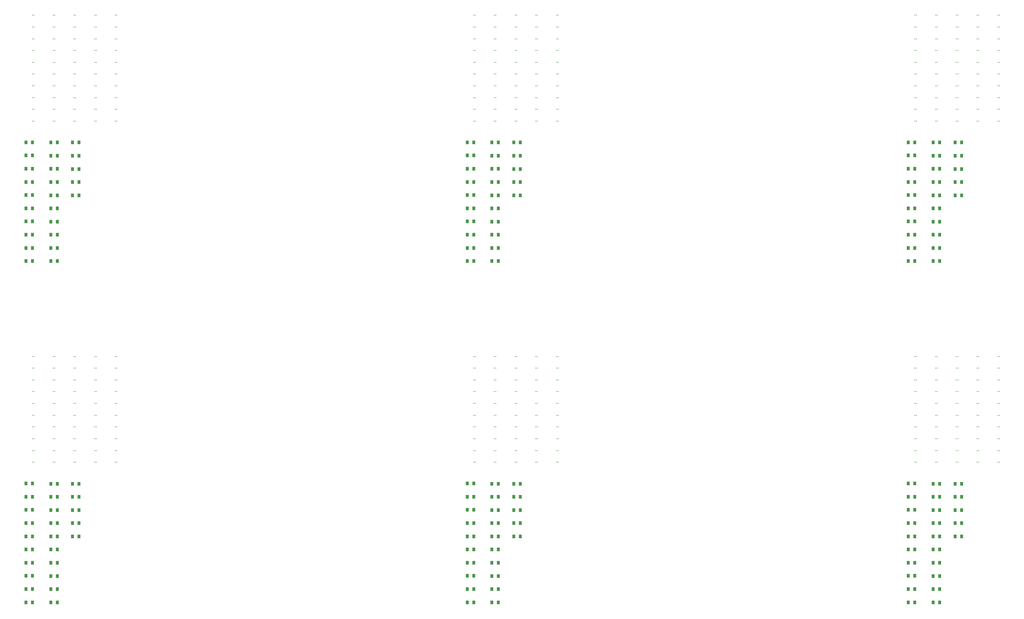
<source format=gbr>
%TF.GenerationSoftware,KiCad,Pcbnew,7.0.5*%
%TF.CreationDate,2023-08-22T12:35:02+01:00*%
%TF.ProjectId,PANELTEST141,50414e45-4c54-4455-9354-3134312e6b69,00.00*%
%TF.SameCoordinates,PX27b9fb5PYc4a79ca*%
%TF.FileFunction,Paste,Bot*%
%TF.FilePolarity,Positive*%
%FSLAX46Y46*%
G04 Gerber Fmt 4.6, Leading zero omitted, Abs format (unit mm)*
G04 Created by KiCad (PCBNEW 7.0.5) date 2023-08-22 12:35:02*
%MOMM*%
%LPD*%
G01*
G04 APERTURE LIST*
%ADD10R,0.150000X0.200000*%
%ADD11R,0.762000X0.914400*%
G04 APERTURE END LIST*
D10*
%TO.C,R95*%
X233140871Y68541139D03*
X232790871Y68541139D03*
%TD*%
%TO.C,R76*%
X139288871Y145896988D03*
X138938871Y145896988D03*
%TD*%
%TO.C,R79*%
X35688871Y137604535D03*
X35338871Y137604535D03*
%TD*%
D11*
%TO.C,R128*%
X140151871Y123624267D03*
X138627871Y123624267D03*
%TD*%
D10*
%TO.C,R61*%
X144162871Y159717743D03*
X143812871Y159717743D03*
%TD*%
%TO.C,R71*%
X242888871Y79597743D03*
X242538871Y79597743D03*
%TD*%
%TO.C,R81*%
X30814871Y79597743D03*
X30464871Y79597743D03*
%TD*%
%TO.C,R94*%
X25940871Y151425290D03*
X25590871Y151425290D03*
%TD*%
%TO.C,R75*%
X35688871Y148661139D03*
X35338871Y148661139D03*
%TD*%
%TO.C,R56*%
X149036871Y145896988D03*
X148686871Y145896988D03*
%TD*%
%TO.C,R82*%
X238014871Y156953592D03*
X237664871Y156953592D03*
%TD*%
%TO.C,R65*%
X40562871Y148661139D03*
X40212871Y148661139D03*
%TD*%
%TO.C,R70*%
X144162871Y54720377D03*
X143812871Y54720377D03*
%TD*%
%TO.C,R65*%
X40562871Y68541139D03*
X40212871Y68541139D03*
%TD*%
D11*
%TO.C,R143*%
X129201871Y123675933D03*
X127677871Y123675933D03*
%TD*%
%TO.C,R148*%
X232801871Y108164823D03*
X231277871Y108164823D03*
%TD*%
D10*
%TO.C,R83*%
X134414871Y74069441D03*
X134064871Y74069441D03*
%TD*%
D11*
%TO.C,R130*%
X140151871Y117438157D03*
X138627871Y117438157D03*
%TD*%
%TO.C,R150*%
X232801871Y21840377D03*
X231277871Y21840377D03*
%TD*%
D10*
%TO.C,R87*%
X134414871Y63012837D03*
X134064871Y63012837D03*
%TD*%
D11*
%TO.C,R139*%
X238595871Y24935937D03*
X237071871Y24935937D03*
%TD*%
D10*
%TO.C,R60*%
X149036871Y134840377D03*
X148686871Y134840377D03*
%TD*%
%TO.C,R79*%
X139288871Y57484535D03*
X138938871Y57484535D03*
%TD*%
%TO.C,R77*%
X242888871Y143132837D03*
X242538871Y143132837D03*
%TD*%
%TO.C,R96*%
X25940871Y65776988D03*
X25590871Y65776988D03*
%TD*%
%TO.C,R64*%
X40562871Y151425290D03*
X40212871Y151425290D03*
%TD*%
%TO.C,R69*%
X40562871Y57484535D03*
X40212871Y57484535D03*
%TD*%
%TO.C,R93*%
X129540871Y154189441D03*
X129190871Y154189441D03*
%TD*%
%TO.C,R94*%
X233140871Y71305290D03*
X232790871Y71305290D03*
%TD*%
%TO.C,R99*%
X25940871Y57484535D03*
X25590871Y57484535D03*
%TD*%
%TO.C,R100*%
X233140871Y134840377D03*
X232790871Y134840377D03*
%TD*%
%TO.C,R64*%
X247762871Y71305290D03*
X247412871Y71305290D03*
%TD*%
%TO.C,R67*%
X40562871Y143132837D03*
X40212871Y143132837D03*
%TD*%
%TO.C,R61*%
X40562871Y79597743D03*
X40212871Y79597743D03*
%TD*%
%TO.C,R73*%
X242888871Y74069441D03*
X242538871Y74069441D03*
%TD*%
%TO.C,R56*%
X45436871Y65776988D03*
X45086871Y65776988D03*
%TD*%
%TO.C,R54*%
X149036871Y151425290D03*
X148686871Y151425290D03*
%TD*%
%TO.C,R72*%
X35688871Y156953592D03*
X35338871Y156953592D03*
%TD*%
%TO.C,R60*%
X45436871Y134840377D03*
X45086871Y134840377D03*
%TD*%
%TO.C,R55*%
X45436871Y68541139D03*
X45086871Y68541139D03*
%TD*%
%TO.C,R75*%
X242888871Y68541139D03*
X242538871Y68541139D03*
%TD*%
D11*
%TO.C,R147*%
X129201871Y111267045D03*
X127677871Y111267045D03*
%TD*%
D10*
%TO.C,R88*%
X134414871Y140368686D03*
X134064871Y140368686D03*
%TD*%
%TO.C,R70*%
X144162871Y134840377D03*
X143812871Y134840377D03*
%TD*%
D11*
%TO.C,R147*%
X232801871Y31147045D03*
X231277871Y31147045D03*
%TD*%
%TO.C,R144*%
X232801871Y40453711D03*
X231277871Y40453711D03*
%TD*%
%TO.C,R131*%
X238595871Y129820377D03*
X237071871Y129820377D03*
%TD*%
%TO.C,R137*%
X31395871Y31127047D03*
X29871871Y31127047D03*
%TD*%
%TO.C,R144*%
X25601871Y120573711D03*
X24077871Y120573711D03*
%TD*%
D10*
%TO.C,R57*%
X45436871Y63012837D03*
X45086871Y63012837D03*
%TD*%
%TO.C,R97*%
X129540871Y143132837D03*
X129190871Y143132837D03*
%TD*%
D11*
%TO.C,R139*%
X31395871Y105055937D03*
X29871871Y105055937D03*
%TD*%
%TO.C,R127*%
X243751871Y46597322D03*
X242227871Y46597322D03*
%TD*%
D10*
%TO.C,R54*%
X45436871Y71305290D03*
X45086871Y71305290D03*
%TD*%
%TO.C,R84*%
X30814871Y151425290D03*
X30464871Y151425290D03*
%TD*%
%TO.C,R83*%
X30814871Y74069441D03*
X30464871Y74069441D03*
%TD*%
%TO.C,R52*%
X252636871Y76833592D03*
X252286871Y76833592D03*
%TD*%
D11*
%TO.C,R129*%
X36551871Y120531212D03*
X35027871Y120531212D03*
%TD*%
%TO.C,R132*%
X31395871Y126724822D03*
X29871871Y126724822D03*
%TD*%
D10*
%TO.C,R90*%
X238014871Y54720377D03*
X237664871Y54720377D03*
%TD*%
D11*
%TO.C,R141*%
X25601871Y49760377D03*
X24077871Y49760377D03*
%TD*%
D10*
%TO.C,R70*%
X40562871Y54720377D03*
X40212871Y54720377D03*
%TD*%
%TO.C,R76*%
X242888871Y65776988D03*
X242538871Y65776988D03*
%TD*%
%TO.C,R81*%
X134414871Y159717743D03*
X134064871Y159717743D03*
%TD*%
%TO.C,R75*%
X139288871Y148661139D03*
X138938871Y148661139D03*
%TD*%
%TO.C,R67*%
X40562871Y63012837D03*
X40212871Y63012837D03*
%TD*%
D11*
%TO.C,R130*%
X36551871Y37318157D03*
X35027871Y37318157D03*
%TD*%
%TO.C,R136*%
X134995871Y34222602D03*
X133471871Y34222602D03*
%TD*%
%TO.C,R139*%
X31395871Y24935937D03*
X29871871Y24935937D03*
%TD*%
D10*
%TO.C,R91*%
X233140871Y79597743D03*
X232790871Y79597743D03*
%TD*%
D11*
%TO.C,R135*%
X31395871Y37318157D03*
X29871871Y37318157D03*
%TD*%
%TO.C,R131*%
X134995871Y49700377D03*
X133471871Y49700377D03*
%TD*%
D10*
%TO.C,R62*%
X40562871Y76833592D03*
X40212871Y76833592D03*
%TD*%
%TO.C,R100*%
X129540871Y134840377D03*
X129190871Y134840377D03*
%TD*%
D11*
%TO.C,R126*%
X140151871Y129810377D03*
X138627871Y129810377D03*
%TD*%
D10*
%TO.C,R58*%
X45436871Y60248686D03*
X45086871Y60248686D03*
%TD*%
D11*
%TO.C,R144*%
X232801871Y120573711D03*
X231277871Y120573711D03*
%TD*%
D10*
%TO.C,R73*%
X242888871Y154189441D03*
X242538871Y154189441D03*
%TD*%
%TO.C,R68*%
X247762871Y60248686D03*
X247412871Y60248686D03*
%TD*%
%TO.C,R66*%
X144162871Y145896988D03*
X143812871Y145896988D03*
%TD*%
%TO.C,R85*%
X30814871Y148661139D03*
X30464871Y148661139D03*
%TD*%
%TO.C,R70*%
X40562871Y134840377D03*
X40212871Y134840377D03*
%TD*%
%TO.C,R81*%
X238014871Y159717743D03*
X237664871Y159717743D03*
%TD*%
%TO.C,R89*%
X134414871Y57484535D03*
X134064871Y57484535D03*
%TD*%
%TO.C,R61*%
X247762871Y79597743D03*
X247412871Y79597743D03*
%TD*%
%TO.C,R55*%
X252636871Y68541139D03*
X252286871Y68541139D03*
%TD*%
%TO.C,R88*%
X238014871Y140368686D03*
X237664871Y140368686D03*
%TD*%
%TO.C,R84*%
X134414871Y151425290D03*
X134064871Y151425290D03*
%TD*%
D11*
%TO.C,R148*%
X129201871Y28044823D03*
X127677871Y28044823D03*
%TD*%
D10*
%TO.C,R63*%
X247762871Y74069441D03*
X247412871Y74069441D03*
%TD*%
D11*
%TO.C,R135*%
X238595871Y117438157D03*
X237071871Y117438157D03*
%TD*%
D10*
%TO.C,R99*%
X233140871Y57484535D03*
X232790871Y57484535D03*
%TD*%
%TO.C,R58*%
X252636871Y60248686D03*
X252286871Y60248686D03*
%TD*%
%TO.C,R66*%
X144162871Y65776988D03*
X143812871Y65776988D03*
%TD*%
%TO.C,R71*%
X242888871Y159717743D03*
X242538871Y159717743D03*
%TD*%
%TO.C,R79*%
X139288871Y137604535D03*
X138938871Y137604535D03*
%TD*%
%TO.C,R77*%
X139288871Y143132837D03*
X138938871Y143132837D03*
%TD*%
%TO.C,R98*%
X233140871Y140368686D03*
X232790871Y140368686D03*
%TD*%
D11*
%TO.C,R133*%
X238595871Y43509267D03*
X237071871Y43509267D03*
%TD*%
%TO.C,R128*%
X243751871Y123624267D03*
X242227871Y123624267D03*
%TD*%
D10*
%TO.C,R71*%
X35688871Y159717743D03*
X35338871Y159717743D03*
%TD*%
%TO.C,R99*%
X25940871Y137604535D03*
X25590871Y137604535D03*
%TD*%
%TO.C,R77*%
X35688871Y143132837D03*
X35338871Y143132837D03*
%TD*%
%TO.C,R78*%
X139288871Y140368686D03*
X138938871Y140368686D03*
%TD*%
D11*
%TO.C,R129*%
X243751871Y40411212D03*
X242227871Y40411212D03*
%TD*%
D10*
%TO.C,R96*%
X129540871Y145896988D03*
X129190871Y145896988D03*
%TD*%
D11*
%TO.C,R133*%
X134995871Y123629267D03*
X133471871Y123629267D03*
%TD*%
D10*
%TO.C,R82*%
X238014871Y76833592D03*
X237664871Y76833592D03*
%TD*%
D11*
%TO.C,R146*%
X232801871Y34249267D03*
X231277871Y34249267D03*
%TD*%
D10*
%TO.C,R83*%
X238014871Y74069441D03*
X237664871Y74069441D03*
%TD*%
%TO.C,R71*%
X139288871Y159717743D03*
X138938871Y159717743D03*
%TD*%
D11*
%TO.C,R130*%
X243751871Y37318157D03*
X242227871Y37318157D03*
%TD*%
D10*
%TO.C,R95*%
X129540871Y148661139D03*
X129190871Y148661139D03*
%TD*%
%TO.C,R68*%
X144162871Y140368686D03*
X143812871Y140368686D03*
%TD*%
%TO.C,R52*%
X149036871Y76833592D03*
X148686871Y76833592D03*
%TD*%
D11*
%TO.C,R137*%
X31395871Y111247047D03*
X29871871Y111247047D03*
%TD*%
D10*
%TO.C,R93*%
X129540871Y74069441D03*
X129190871Y74069441D03*
%TD*%
%TO.C,R65*%
X247762871Y148661139D03*
X247412871Y148661139D03*
%TD*%
%TO.C,R67*%
X247762871Y63012837D03*
X247412871Y63012837D03*
%TD*%
%TO.C,R53*%
X149036871Y154189441D03*
X148686871Y154189441D03*
%TD*%
D11*
%TO.C,R149*%
X129201871Y24942601D03*
X127677871Y24942601D03*
%TD*%
%TO.C,R142*%
X25601871Y46658155D03*
X24077871Y46658155D03*
%TD*%
D10*
%TO.C,R92*%
X129540871Y76833592D03*
X129190871Y76833592D03*
%TD*%
%TO.C,R92*%
X25940871Y76833592D03*
X25590871Y76833592D03*
%TD*%
D11*
%TO.C,R140*%
X31395871Y101960377D03*
X29871871Y101960377D03*
%TD*%
%TO.C,R149*%
X25601871Y24942601D03*
X24077871Y24942601D03*
%TD*%
D10*
%TO.C,R85*%
X30814871Y68541139D03*
X30464871Y68541139D03*
%TD*%
D11*
%TO.C,R138*%
X31395871Y28031492D03*
X29871871Y28031492D03*
%TD*%
D10*
%TO.C,R91*%
X25940871Y159717743D03*
X25590871Y159717743D03*
%TD*%
%TO.C,R52*%
X149036871Y156953592D03*
X148686871Y156953592D03*
%TD*%
%TO.C,R68*%
X40562871Y140368686D03*
X40212871Y140368686D03*
%TD*%
%TO.C,R78*%
X35688871Y60248686D03*
X35338871Y60248686D03*
%TD*%
%TO.C,R61*%
X144162871Y79597743D03*
X143812871Y79597743D03*
%TD*%
%TO.C,R96*%
X233140871Y65776988D03*
X232790871Y65776988D03*
%TD*%
%TO.C,R91*%
X25940871Y79597743D03*
X25590871Y79597743D03*
%TD*%
D11*
%TO.C,R138*%
X238595871Y28031492D03*
X237071871Y28031492D03*
%TD*%
D10*
%TO.C,R65*%
X144162871Y148661139D03*
X143812871Y148661139D03*
%TD*%
%TO.C,R87*%
X238014871Y63012837D03*
X237664871Y63012837D03*
%TD*%
%TO.C,R69*%
X144162871Y57484535D03*
X143812871Y57484535D03*
%TD*%
%TO.C,R96*%
X233140871Y145896988D03*
X232790871Y145896988D03*
%TD*%
%TO.C,R81*%
X134414871Y79597743D03*
X134064871Y79597743D03*
%TD*%
%TO.C,R62*%
X40562871Y156953592D03*
X40212871Y156953592D03*
%TD*%
%TO.C,R77*%
X242888871Y63012837D03*
X242538871Y63012837D03*
%TD*%
D11*
%TO.C,R140*%
X134995871Y101960377D03*
X133471871Y101960377D03*
%TD*%
D10*
%TO.C,R77*%
X35688871Y63012837D03*
X35338871Y63012837D03*
%TD*%
%TO.C,R62*%
X247762871Y76833592D03*
X247412871Y76833592D03*
%TD*%
D11*
%TO.C,R145*%
X232801871Y37351489D03*
X231277871Y37351489D03*
%TD*%
%TO.C,R142*%
X129201871Y126778155D03*
X127677871Y126778155D03*
%TD*%
%TO.C,R142*%
X25601871Y126778155D03*
X24077871Y126778155D03*
%TD*%
D10*
%TO.C,R92*%
X129540871Y156953592D03*
X129190871Y156953592D03*
%TD*%
%TO.C,R74*%
X35688871Y71305290D03*
X35338871Y71305290D03*
%TD*%
%TO.C,R51*%
X149036871Y159717743D03*
X148686871Y159717743D03*
%TD*%
%TO.C,R73*%
X139288871Y74069441D03*
X138938871Y74069441D03*
%TD*%
%TO.C,R64*%
X40562871Y71305290D03*
X40212871Y71305290D03*
%TD*%
D11*
%TO.C,R150*%
X25601871Y21840377D03*
X24077871Y21840377D03*
%TD*%
%TO.C,R131*%
X238595871Y49700377D03*
X237071871Y49700377D03*
%TD*%
%TO.C,R146*%
X129201871Y34249267D03*
X127677871Y34249267D03*
%TD*%
D10*
%TO.C,R89*%
X238014871Y57484535D03*
X237664871Y57484535D03*
%TD*%
D11*
%TO.C,R145*%
X129201871Y37351489D03*
X127677871Y37351489D03*
%TD*%
%TO.C,R146*%
X25601871Y34249267D03*
X24077871Y34249267D03*
%TD*%
D10*
%TO.C,R71*%
X35688871Y79597743D03*
X35338871Y79597743D03*
%TD*%
%TO.C,R95*%
X233140871Y148661139D03*
X232790871Y148661139D03*
%TD*%
D11*
%TO.C,R143*%
X232801871Y43555933D03*
X231277871Y43555933D03*
%TD*%
D10*
%TO.C,R87*%
X238014871Y143132837D03*
X237664871Y143132837D03*
%TD*%
%TO.C,R76*%
X35688871Y65776988D03*
X35338871Y65776988D03*
%TD*%
D11*
%TO.C,R135*%
X31395871Y117438157D03*
X29871871Y117438157D03*
%TD*%
%TO.C,R126*%
X140151871Y49690377D03*
X138627871Y49690377D03*
%TD*%
D10*
%TO.C,R66*%
X247762871Y145896988D03*
X247412871Y145896988D03*
%TD*%
%TO.C,R58*%
X149036871Y60248686D03*
X148686871Y60248686D03*
%TD*%
%TO.C,R88*%
X134414871Y60248686D03*
X134064871Y60248686D03*
%TD*%
%TO.C,R95*%
X25940871Y68541139D03*
X25590871Y68541139D03*
%TD*%
%TO.C,R80*%
X35688871Y134840377D03*
X35338871Y134840377D03*
%TD*%
D11*
%TO.C,R139*%
X134995871Y24935937D03*
X133471871Y24935937D03*
%TD*%
%TO.C,R150*%
X129201871Y21840377D03*
X127677871Y21840377D03*
%TD*%
%TO.C,R137*%
X238595871Y111247047D03*
X237071871Y111247047D03*
%TD*%
D10*
%TO.C,R96*%
X129540871Y65776988D03*
X129190871Y65776988D03*
%TD*%
%TO.C,R66*%
X40562871Y65776988D03*
X40212871Y65776988D03*
%TD*%
D11*
%TO.C,R148*%
X129201871Y108164823D03*
X127677871Y108164823D03*
%TD*%
D10*
%TO.C,R97*%
X129540871Y63012837D03*
X129190871Y63012837D03*
%TD*%
%TO.C,R61*%
X40562871Y159717743D03*
X40212871Y159717743D03*
%TD*%
%TO.C,R97*%
X25940871Y63012837D03*
X25590871Y63012837D03*
%TD*%
%TO.C,R56*%
X252636871Y65776988D03*
X252286871Y65776988D03*
%TD*%
D11*
%TO.C,R141*%
X25601871Y129880377D03*
X24077871Y129880377D03*
%TD*%
D10*
%TO.C,R72*%
X242888871Y76833592D03*
X242538871Y76833592D03*
%TD*%
%TO.C,R86*%
X134414871Y65776988D03*
X134064871Y65776988D03*
%TD*%
%TO.C,R86*%
X238014871Y145896988D03*
X237664871Y145896988D03*
%TD*%
%TO.C,R75*%
X242888871Y148661139D03*
X242538871Y148661139D03*
%TD*%
%TO.C,R82*%
X30814871Y76833592D03*
X30464871Y76833592D03*
%TD*%
%TO.C,R100*%
X233140871Y54720377D03*
X232790871Y54720377D03*
%TD*%
D11*
%TO.C,R126*%
X36551871Y129810377D03*
X35027871Y129810377D03*
%TD*%
%TO.C,R140*%
X31395871Y21840377D03*
X29871871Y21840377D03*
%TD*%
%TO.C,R143*%
X232801871Y123675933D03*
X231277871Y123675933D03*
%TD*%
D10*
%TO.C,R59*%
X149036871Y57484535D03*
X148686871Y57484535D03*
%TD*%
D11*
%TO.C,R141*%
X232801871Y129880377D03*
X231277871Y129880377D03*
%TD*%
%TO.C,R145*%
X25601871Y37351489D03*
X24077871Y37351489D03*
%TD*%
%TO.C,R127*%
X140151871Y46597322D03*
X138627871Y46597322D03*
%TD*%
D10*
%TO.C,R85*%
X238014871Y68541139D03*
X237664871Y68541139D03*
%TD*%
%TO.C,R78*%
X242888871Y140368686D03*
X242538871Y140368686D03*
%TD*%
D11*
%TO.C,R149*%
X232801871Y24942601D03*
X231277871Y24942601D03*
%TD*%
%TO.C,R131*%
X134995871Y129820377D03*
X133471871Y129820377D03*
%TD*%
D10*
%TO.C,R94*%
X25940871Y71305290D03*
X25590871Y71305290D03*
%TD*%
%TO.C,R85*%
X238014871Y148661139D03*
X237664871Y148661139D03*
%TD*%
%TO.C,R56*%
X149036871Y65776988D03*
X148686871Y65776988D03*
%TD*%
%TO.C,R66*%
X40562871Y145896988D03*
X40212871Y145896988D03*
%TD*%
%TO.C,R88*%
X30814871Y60248686D03*
X30464871Y60248686D03*
%TD*%
%TO.C,R81*%
X238014871Y79597743D03*
X237664871Y79597743D03*
%TD*%
%TO.C,R75*%
X139288871Y68541139D03*
X138938871Y68541139D03*
%TD*%
D11*
%TO.C,R136*%
X31395871Y114342602D03*
X29871871Y114342602D03*
%TD*%
D10*
%TO.C,R61*%
X247762871Y159717743D03*
X247412871Y159717743D03*
%TD*%
D11*
%TO.C,R134*%
X31395871Y40413712D03*
X29871871Y40413712D03*
%TD*%
D10*
%TO.C,R76*%
X35688871Y145896988D03*
X35338871Y145896988D03*
%TD*%
%TO.C,R74*%
X35688871Y151425290D03*
X35338871Y151425290D03*
%TD*%
%TO.C,R86*%
X134414871Y145896988D03*
X134064871Y145896988D03*
%TD*%
%TO.C,R60*%
X45436871Y54720377D03*
X45086871Y54720377D03*
%TD*%
%TO.C,R84*%
X30814871Y71305290D03*
X30464871Y71305290D03*
%TD*%
%TO.C,R55*%
X149036871Y68541139D03*
X148686871Y68541139D03*
%TD*%
%TO.C,R90*%
X134414871Y54720377D03*
X134064871Y54720377D03*
%TD*%
%TO.C,R94*%
X233140871Y151425290D03*
X232790871Y151425290D03*
%TD*%
D11*
%TO.C,R149*%
X232801871Y105062601D03*
X231277871Y105062601D03*
%TD*%
%TO.C,R141*%
X129201871Y49760377D03*
X127677871Y49760377D03*
%TD*%
D10*
%TO.C,R51*%
X45436871Y79597743D03*
X45086871Y79597743D03*
%TD*%
D11*
%TO.C,R129*%
X243751871Y120531212D03*
X242227871Y120531212D03*
%TD*%
D10*
%TO.C,R89*%
X134414871Y137604535D03*
X134064871Y137604535D03*
%TD*%
%TO.C,R78*%
X35688871Y140368686D03*
X35338871Y140368686D03*
%TD*%
%TO.C,R51*%
X252636871Y159717743D03*
X252286871Y159717743D03*
%TD*%
%TO.C,R59*%
X252636871Y137604535D03*
X252286871Y137604535D03*
%TD*%
%TO.C,R57*%
X149036871Y143132837D03*
X148686871Y143132837D03*
%TD*%
%TO.C,R98*%
X233140871Y60248686D03*
X232790871Y60248686D03*
%TD*%
%TO.C,R51*%
X252636871Y79597743D03*
X252286871Y79597743D03*
%TD*%
%TO.C,R52*%
X45436871Y76833592D03*
X45086871Y76833592D03*
%TD*%
%TO.C,R95*%
X129540871Y68541139D03*
X129190871Y68541139D03*
%TD*%
D11*
%TO.C,R136*%
X31395871Y34222602D03*
X29871871Y34222602D03*
%TD*%
D10*
%TO.C,R99*%
X233140871Y137604535D03*
X232790871Y137604535D03*
%TD*%
D11*
%TO.C,R145*%
X25601871Y117471489D03*
X24077871Y117471489D03*
%TD*%
D10*
%TO.C,R58*%
X149036871Y140368686D03*
X148686871Y140368686D03*
%TD*%
%TO.C,R88*%
X238014871Y60248686D03*
X237664871Y60248686D03*
%TD*%
%TO.C,R80*%
X139288871Y54720377D03*
X138938871Y54720377D03*
%TD*%
D11*
%TO.C,R129*%
X36551871Y40411212D03*
X35027871Y40411212D03*
%TD*%
D10*
%TO.C,R59*%
X252636871Y57484535D03*
X252286871Y57484535D03*
%TD*%
D11*
%TO.C,R141*%
X129201871Y129880377D03*
X127677871Y129880377D03*
%TD*%
D10*
%TO.C,R59*%
X45436871Y137604535D03*
X45086871Y137604535D03*
%TD*%
D11*
%TO.C,R132*%
X134995871Y46604822D03*
X133471871Y46604822D03*
%TD*%
D10*
%TO.C,R57*%
X252636871Y63012837D03*
X252286871Y63012837D03*
%TD*%
%TO.C,R66*%
X247762871Y65776988D03*
X247412871Y65776988D03*
%TD*%
%TO.C,R63*%
X144162871Y74069441D03*
X143812871Y74069441D03*
%TD*%
D11*
%TO.C,R127*%
X243751871Y126717322D03*
X242227871Y126717322D03*
%TD*%
%TO.C,R144*%
X129201871Y40453711D03*
X127677871Y40453711D03*
%TD*%
D10*
%TO.C,R92*%
X233140871Y156953592D03*
X232790871Y156953592D03*
%TD*%
D11*
%TO.C,R128*%
X36551871Y43504267D03*
X35027871Y43504267D03*
%TD*%
D10*
%TO.C,R83*%
X30814871Y154189441D03*
X30464871Y154189441D03*
%TD*%
%TO.C,R81*%
X30814871Y159717743D03*
X30464871Y159717743D03*
%TD*%
%TO.C,R83*%
X134414871Y154189441D03*
X134064871Y154189441D03*
%TD*%
%TO.C,R100*%
X25940871Y134840377D03*
X25590871Y134840377D03*
%TD*%
%TO.C,R72*%
X242888871Y156953592D03*
X242538871Y156953592D03*
%TD*%
%TO.C,R98*%
X129540871Y140368686D03*
X129190871Y140368686D03*
%TD*%
%TO.C,R80*%
X242888871Y134840377D03*
X242538871Y134840377D03*
%TD*%
%TO.C,R67*%
X144162871Y143132837D03*
X143812871Y143132837D03*
%TD*%
%TO.C,R89*%
X238014871Y137604535D03*
X237664871Y137604535D03*
%TD*%
D11*
%TO.C,R148*%
X232801871Y28044823D03*
X231277871Y28044823D03*
%TD*%
D10*
%TO.C,R57*%
X45436871Y143132837D03*
X45086871Y143132837D03*
%TD*%
D11*
%TO.C,R144*%
X129201871Y120573711D03*
X127677871Y120573711D03*
%TD*%
D10*
%TO.C,R57*%
X252636871Y143132837D03*
X252286871Y143132837D03*
%TD*%
D11*
%TO.C,R141*%
X232801871Y49760377D03*
X231277871Y49760377D03*
%TD*%
D10*
%TO.C,R87*%
X30814871Y143132837D03*
X30464871Y143132837D03*
%TD*%
%TO.C,R58*%
X252636871Y140368686D03*
X252286871Y140368686D03*
%TD*%
%TO.C,R92*%
X25940871Y156953592D03*
X25590871Y156953592D03*
%TD*%
D11*
%TO.C,R134*%
X238595871Y40413712D03*
X237071871Y40413712D03*
%TD*%
D10*
%TO.C,R91*%
X233140871Y159717743D03*
X232790871Y159717743D03*
%TD*%
D11*
%TO.C,R133*%
X134995871Y43509267D03*
X133471871Y43509267D03*
%TD*%
D10*
%TO.C,R62*%
X144162871Y76833592D03*
X143812871Y76833592D03*
%TD*%
D11*
%TO.C,R148*%
X25601871Y108164823D03*
X24077871Y108164823D03*
%TD*%
%TO.C,R126*%
X36551871Y49690377D03*
X35027871Y49690377D03*
%TD*%
%TO.C,R142*%
X232801871Y126778155D03*
X231277871Y126778155D03*
%TD*%
%TO.C,R147*%
X25601871Y111267045D03*
X24077871Y111267045D03*
%TD*%
D10*
%TO.C,R94*%
X129540871Y151425290D03*
X129190871Y151425290D03*
%TD*%
%TO.C,R72*%
X139288871Y76833592D03*
X138938871Y76833592D03*
%TD*%
%TO.C,R60*%
X149036871Y54720377D03*
X148686871Y54720377D03*
%TD*%
D11*
%TO.C,R130*%
X140151871Y37318157D03*
X138627871Y37318157D03*
%TD*%
%TO.C,R143*%
X25601871Y43555933D03*
X24077871Y43555933D03*
%TD*%
D10*
%TO.C,R97*%
X233140871Y63012837D03*
X232790871Y63012837D03*
%TD*%
%TO.C,R75*%
X35688871Y68541139D03*
X35338871Y68541139D03*
%TD*%
D11*
%TO.C,R150*%
X129201871Y101960377D03*
X127677871Y101960377D03*
%TD*%
D10*
%TO.C,R60*%
X252636871Y54720377D03*
X252286871Y54720377D03*
%TD*%
D11*
%TO.C,R138*%
X238595871Y108151492D03*
X237071871Y108151492D03*
%TD*%
D10*
%TO.C,R53*%
X252636871Y74069441D03*
X252286871Y74069441D03*
%TD*%
%TO.C,R53*%
X252636871Y154189441D03*
X252286871Y154189441D03*
%TD*%
%TO.C,R80*%
X139288871Y134840377D03*
X138938871Y134840377D03*
%TD*%
%TO.C,R87*%
X134414871Y143132837D03*
X134064871Y143132837D03*
%TD*%
D11*
%TO.C,R146*%
X129201871Y114369267D03*
X127677871Y114369267D03*
%TD*%
D10*
%TO.C,R93*%
X233140871Y154189441D03*
X232790871Y154189441D03*
%TD*%
D11*
%TO.C,R135*%
X134995871Y117438157D03*
X133471871Y117438157D03*
%TD*%
%TO.C,R148*%
X25601871Y28044823D03*
X24077871Y28044823D03*
%TD*%
D10*
%TO.C,R52*%
X252636871Y156953592D03*
X252286871Y156953592D03*
%TD*%
D11*
%TO.C,R139*%
X134995871Y105055937D03*
X133471871Y105055937D03*
%TD*%
%TO.C,R150*%
X232801871Y101960377D03*
X231277871Y101960377D03*
%TD*%
D10*
%TO.C,R73*%
X139288871Y154189441D03*
X138938871Y154189441D03*
%TD*%
%TO.C,R59*%
X45436871Y57484535D03*
X45086871Y57484535D03*
%TD*%
%TO.C,R87*%
X30814871Y63012837D03*
X30464871Y63012837D03*
%TD*%
%TO.C,R77*%
X139288871Y63012837D03*
X138938871Y63012837D03*
%TD*%
%TO.C,R68*%
X144162871Y60248686D03*
X143812871Y60248686D03*
%TD*%
%TO.C,R58*%
X45436871Y140368686D03*
X45086871Y140368686D03*
%TD*%
D11*
%TO.C,R133*%
X31395871Y123629267D03*
X29871871Y123629267D03*
%TD*%
D10*
%TO.C,R67*%
X247762871Y143132837D03*
X247412871Y143132837D03*
%TD*%
%TO.C,R88*%
X30814871Y140368686D03*
X30464871Y140368686D03*
%TD*%
%TO.C,R69*%
X40562871Y137604535D03*
X40212871Y137604535D03*
%TD*%
%TO.C,R93*%
X233140871Y74069441D03*
X232790871Y74069441D03*
%TD*%
D11*
%TO.C,R138*%
X31395871Y108151492D03*
X29871871Y108151492D03*
%TD*%
D10*
%TO.C,R63*%
X40562871Y74069441D03*
X40212871Y74069441D03*
%TD*%
D11*
%TO.C,R143*%
X25601871Y123675933D03*
X24077871Y123675933D03*
%TD*%
D10*
%TO.C,R99*%
X129540871Y137604535D03*
X129190871Y137604535D03*
%TD*%
D11*
%TO.C,R127*%
X140151871Y126717322D03*
X138627871Y126717322D03*
%TD*%
D10*
%TO.C,R51*%
X45436871Y159717743D03*
X45086871Y159717743D03*
%TD*%
%TO.C,R69*%
X247762871Y137604535D03*
X247412871Y137604535D03*
%TD*%
%TO.C,R64*%
X144162871Y71305290D03*
X143812871Y71305290D03*
%TD*%
D11*
%TO.C,R134*%
X31395871Y120533712D03*
X29871871Y120533712D03*
%TD*%
D10*
%TO.C,R64*%
X144162871Y151425290D03*
X143812871Y151425290D03*
%TD*%
D11*
%TO.C,R147*%
X232801871Y111267045D03*
X231277871Y111267045D03*
%TD*%
D10*
%TO.C,R74*%
X242888871Y71305290D03*
X242538871Y71305290D03*
%TD*%
%TO.C,R90*%
X134414871Y134840377D03*
X134064871Y134840377D03*
%TD*%
D11*
%TO.C,R134*%
X238595871Y120533712D03*
X237071871Y120533712D03*
%TD*%
%TO.C,R130*%
X243751871Y117438157D03*
X242227871Y117438157D03*
%TD*%
D10*
%TO.C,R70*%
X247762871Y134840377D03*
X247412871Y134840377D03*
%TD*%
D11*
%TO.C,R131*%
X31395871Y129820377D03*
X29871871Y129820377D03*
%TD*%
%TO.C,R133*%
X238595871Y123629267D03*
X237071871Y123629267D03*
%TD*%
%TO.C,R138*%
X134995871Y108151492D03*
X133471871Y108151492D03*
%TD*%
D10*
%TO.C,R72*%
X35688871Y76833592D03*
X35338871Y76833592D03*
%TD*%
D11*
%TO.C,R128*%
X140151871Y43504267D03*
X138627871Y43504267D03*
%TD*%
D10*
%TO.C,R57*%
X149036871Y63012837D03*
X148686871Y63012837D03*
%TD*%
%TO.C,R97*%
X233140871Y143132837D03*
X232790871Y143132837D03*
%TD*%
D11*
%TO.C,R132*%
X238595871Y126724822D03*
X237071871Y126724822D03*
%TD*%
D10*
%TO.C,R80*%
X35688871Y54720377D03*
X35338871Y54720377D03*
%TD*%
D11*
%TO.C,R134*%
X134995871Y120533712D03*
X133471871Y120533712D03*
%TD*%
D10*
%TO.C,R84*%
X238014871Y71305290D03*
X237664871Y71305290D03*
%TD*%
%TO.C,R56*%
X45436871Y145896988D03*
X45086871Y145896988D03*
%TD*%
D11*
%TO.C,R134*%
X134995871Y40413712D03*
X133471871Y40413712D03*
%TD*%
D10*
%TO.C,R74*%
X139288871Y71305290D03*
X138938871Y71305290D03*
%TD*%
D11*
%TO.C,R129*%
X140151871Y120531212D03*
X138627871Y120531212D03*
%TD*%
D10*
%TO.C,R51*%
X149036871Y79597743D03*
X148686871Y79597743D03*
%TD*%
%TO.C,R82*%
X134414871Y76833592D03*
X134064871Y76833592D03*
%TD*%
D11*
%TO.C,R145*%
X129201871Y117471489D03*
X127677871Y117471489D03*
%TD*%
D10*
%TO.C,R60*%
X252636871Y134840377D03*
X252286871Y134840377D03*
%TD*%
%TO.C,R79*%
X242888871Y57484535D03*
X242538871Y57484535D03*
%TD*%
%TO.C,R63*%
X247762871Y154189441D03*
X247412871Y154189441D03*
%TD*%
%TO.C,R59*%
X149036871Y137604535D03*
X148686871Y137604535D03*
%TD*%
D11*
%TO.C,R126*%
X243751871Y129810377D03*
X242227871Y129810377D03*
%TD*%
%TO.C,R137*%
X238595871Y31127047D03*
X237071871Y31127047D03*
%TD*%
D10*
%TO.C,R63*%
X40562871Y154189441D03*
X40212871Y154189441D03*
%TD*%
%TO.C,R52*%
X45436871Y156953592D03*
X45086871Y156953592D03*
%TD*%
%TO.C,R86*%
X30814871Y145896988D03*
X30464871Y145896988D03*
%TD*%
%TO.C,R54*%
X252636871Y71305290D03*
X252286871Y71305290D03*
%TD*%
D11*
%TO.C,R144*%
X25601871Y40453711D03*
X24077871Y40453711D03*
%TD*%
%TO.C,R146*%
X232801871Y114369267D03*
X231277871Y114369267D03*
%TD*%
D10*
%TO.C,R53*%
X45436871Y154189441D03*
X45086871Y154189441D03*
%TD*%
%TO.C,R98*%
X25940871Y60248686D03*
X25590871Y60248686D03*
%TD*%
%TO.C,R65*%
X144162871Y68541139D03*
X143812871Y68541139D03*
%TD*%
%TO.C,R89*%
X30814871Y57484535D03*
X30464871Y57484535D03*
%TD*%
%TO.C,R76*%
X242888871Y145896988D03*
X242538871Y145896988D03*
%TD*%
%TO.C,R68*%
X247762871Y140368686D03*
X247412871Y140368686D03*
%TD*%
%TO.C,R90*%
X238014871Y134840377D03*
X237664871Y134840377D03*
%TD*%
%TO.C,R54*%
X149036871Y71305290D03*
X148686871Y71305290D03*
%TD*%
%TO.C,R53*%
X45436871Y74069441D03*
X45086871Y74069441D03*
%TD*%
%TO.C,R86*%
X30814871Y65776988D03*
X30464871Y65776988D03*
%TD*%
D11*
%TO.C,R146*%
X25601871Y114369267D03*
X24077871Y114369267D03*
%TD*%
D10*
%TO.C,R74*%
X242888871Y151425290D03*
X242538871Y151425290D03*
%TD*%
D11*
%TO.C,R150*%
X25601871Y101960377D03*
X24077871Y101960377D03*
%TD*%
D10*
%TO.C,R97*%
X25940871Y143132837D03*
X25590871Y143132837D03*
%TD*%
%TO.C,R69*%
X247762871Y57484535D03*
X247412871Y57484535D03*
%TD*%
%TO.C,R65*%
X247762871Y68541139D03*
X247412871Y68541139D03*
%TD*%
%TO.C,R85*%
X134414871Y148661139D03*
X134064871Y148661139D03*
%TD*%
%TO.C,R79*%
X242888871Y137604535D03*
X242538871Y137604535D03*
%TD*%
D11*
%TO.C,R127*%
X36551871Y126717322D03*
X35027871Y126717322D03*
%TD*%
D10*
%TO.C,R89*%
X30814871Y137604535D03*
X30464871Y137604535D03*
%TD*%
%TO.C,R79*%
X35688871Y57484535D03*
X35338871Y57484535D03*
%TD*%
%TO.C,R54*%
X45436871Y151425290D03*
X45086871Y151425290D03*
%TD*%
%TO.C,R93*%
X25940871Y154189441D03*
X25590871Y154189441D03*
%TD*%
%TO.C,R82*%
X134414871Y156953592D03*
X134064871Y156953592D03*
%TD*%
%TO.C,R99*%
X129540871Y57484535D03*
X129190871Y57484535D03*
%TD*%
%TO.C,R94*%
X129540871Y71305290D03*
X129190871Y71305290D03*
%TD*%
D11*
%TO.C,R140*%
X134995871Y21840377D03*
X133471871Y21840377D03*
%TD*%
D10*
%TO.C,R96*%
X25940871Y145896988D03*
X25590871Y145896988D03*
%TD*%
%TO.C,R90*%
X30814871Y54720377D03*
X30464871Y54720377D03*
%TD*%
D11*
%TO.C,R140*%
X238595871Y21840377D03*
X237071871Y21840377D03*
%TD*%
D10*
%TO.C,R71*%
X139288871Y79597743D03*
X138938871Y79597743D03*
%TD*%
D11*
%TO.C,R128*%
X36551871Y123624267D03*
X35027871Y123624267D03*
%TD*%
D10*
%TO.C,R55*%
X252636871Y148661139D03*
X252286871Y148661139D03*
%TD*%
%TO.C,R53*%
X149036871Y74069441D03*
X148686871Y74069441D03*
%TD*%
D11*
%TO.C,R143*%
X129201871Y43555933D03*
X127677871Y43555933D03*
%TD*%
%TO.C,R136*%
X238595871Y34222602D03*
X237071871Y34222602D03*
%TD*%
%TO.C,R130*%
X36551871Y117438157D03*
X35027871Y117438157D03*
%TD*%
D10*
%TO.C,R78*%
X242888871Y60248686D03*
X242538871Y60248686D03*
%TD*%
%TO.C,R100*%
X25940871Y54720377D03*
X25590871Y54720377D03*
%TD*%
%TO.C,R73*%
X35688871Y74069441D03*
X35338871Y74069441D03*
%TD*%
D11*
%TO.C,R132*%
X31395871Y46604822D03*
X29871871Y46604822D03*
%TD*%
%TO.C,R136*%
X134995871Y114342602D03*
X133471871Y114342602D03*
%TD*%
%TO.C,R149*%
X25601871Y105062601D03*
X24077871Y105062601D03*
%TD*%
D10*
%TO.C,R85*%
X134414871Y68541139D03*
X134064871Y68541139D03*
%TD*%
%TO.C,R68*%
X40562871Y60248686D03*
X40212871Y60248686D03*
%TD*%
D11*
%TO.C,R129*%
X140151871Y40411212D03*
X138627871Y40411212D03*
%TD*%
D10*
%TO.C,R95*%
X25940871Y148661139D03*
X25590871Y148661139D03*
%TD*%
%TO.C,R74*%
X139288871Y151425290D03*
X138938871Y151425290D03*
%TD*%
%TO.C,R56*%
X252636871Y145896988D03*
X252286871Y145896988D03*
%TD*%
D11*
%TO.C,R137*%
X134995871Y111247047D03*
X133471871Y111247047D03*
%TD*%
%TO.C,R136*%
X238595871Y114342602D03*
X237071871Y114342602D03*
%TD*%
%TO.C,R140*%
X238595871Y101960377D03*
X237071871Y101960377D03*
%TD*%
D10*
%TO.C,R84*%
X134414871Y71305290D03*
X134064871Y71305290D03*
%TD*%
%TO.C,R62*%
X247762871Y156953592D03*
X247412871Y156953592D03*
%TD*%
D11*
%TO.C,R138*%
X134995871Y28031492D03*
X133471871Y28031492D03*
%TD*%
D10*
%TO.C,R98*%
X25940871Y140368686D03*
X25590871Y140368686D03*
%TD*%
%TO.C,R72*%
X139288871Y156953592D03*
X138938871Y156953592D03*
%TD*%
D11*
%TO.C,R132*%
X238595871Y46604822D03*
X237071871Y46604822D03*
%TD*%
D10*
%TO.C,R92*%
X233140871Y76833592D03*
X232790871Y76833592D03*
%TD*%
%TO.C,R78*%
X139288871Y60248686D03*
X138938871Y60248686D03*
%TD*%
D11*
%TO.C,R139*%
X238595871Y105055937D03*
X237071871Y105055937D03*
%TD*%
D10*
%TO.C,R67*%
X144162871Y63012837D03*
X143812871Y63012837D03*
%TD*%
D11*
%TO.C,R147*%
X25601871Y31147045D03*
X24077871Y31147045D03*
%TD*%
%TO.C,R127*%
X36551871Y46597322D03*
X35027871Y46597322D03*
%TD*%
D10*
%TO.C,R70*%
X247762871Y54720377D03*
X247412871Y54720377D03*
%TD*%
D11*
%TO.C,R126*%
X243751871Y49690377D03*
X242227871Y49690377D03*
%TD*%
D10*
%TO.C,R91*%
X129540871Y79597743D03*
X129190871Y79597743D03*
%TD*%
%TO.C,R80*%
X242888871Y54720377D03*
X242538871Y54720377D03*
%TD*%
D11*
%TO.C,R128*%
X243751871Y43504267D03*
X242227871Y43504267D03*
%TD*%
D10*
%TO.C,R55*%
X149036871Y148661139D03*
X148686871Y148661139D03*
%TD*%
%TO.C,R73*%
X35688871Y154189441D03*
X35338871Y154189441D03*
%TD*%
%TO.C,R54*%
X252636871Y151425290D03*
X252286871Y151425290D03*
%TD*%
%TO.C,R63*%
X144162871Y154189441D03*
X143812871Y154189441D03*
%TD*%
D11*
%TO.C,R137*%
X134995871Y31127047D03*
X133471871Y31127047D03*
%TD*%
%TO.C,R131*%
X31395871Y49700377D03*
X29871871Y49700377D03*
%TD*%
%TO.C,R135*%
X134995871Y37318157D03*
X133471871Y37318157D03*
%TD*%
D10*
%TO.C,R62*%
X144162871Y156953592D03*
X143812871Y156953592D03*
%TD*%
%TO.C,R55*%
X45436871Y148661139D03*
X45086871Y148661139D03*
%TD*%
%TO.C,R93*%
X25940871Y74069441D03*
X25590871Y74069441D03*
%TD*%
%TO.C,R64*%
X247762871Y151425290D03*
X247412871Y151425290D03*
%TD*%
D11*
%TO.C,R142*%
X232801871Y46658155D03*
X231277871Y46658155D03*
%TD*%
D10*
%TO.C,R91*%
X129540871Y159717743D03*
X129190871Y159717743D03*
%TD*%
%TO.C,R100*%
X129540871Y54720377D03*
X129190871Y54720377D03*
%TD*%
%TO.C,R84*%
X238014871Y151425290D03*
X237664871Y151425290D03*
%TD*%
D11*
%TO.C,R133*%
X31395871Y43509267D03*
X29871871Y43509267D03*
%TD*%
%TO.C,R135*%
X238595871Y37318157D03*
X237071871Y37318157D03*
%TD*%
D10*
%TO.C,R69*%
X144162871Y137604535D03*
X143812871Y137604535D03*
%TD*%
%TO.C,R90*%
X30814871Y134840377D03*
X30464871Y134840377D03*
%TD*%
%TO.C,R82*%
X30814871Y156953592D03*
X30464871Y156953592D03*
%TD*%
D11*
%TO.C,R145*%
X232801871Y117471489D03*
X231277871Y117471489D03*
%TD*%
%TO.C,R149*%
X129201871Y105062601D03*
X127677871Y105062601D03*
%TD*%
%TO.C,R132*%
X134995871Y126724822D03*
X133471871Y126724822D03*
%TD*%
D10*
%TO.C,R83*%
X238014871Y154189441D03*
X237664871Y154189441D03*
%TD*%
%TO.C,R98*%
X129540871Y60248686D03*
X129190871Y60248686D03*
%TD*%
%TO.C,R76*%
X139288871Y65776988D03*
X138938871Y65776988D03*
%TD*%
D11*
%TO.C,R147*%
X129201871Y31147045D03*
X127677871Y31147045D03*
%TD*%
%TO.C,R142*%
X129201871Y46658155D03*
X127677871Y46658155D03*
%TD*%
D10*
%TO.C,R86*%
X238014871Y65776988D03*
X237664871Y65776988D03*
%TD*%
M02*

</source>
